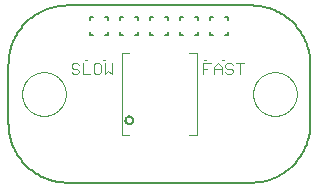
<source format=gto>
G75*
%MOIN*%
%OFA0B0*%
%FSLAX25Y25*%
%IPPOS*%
%LPD*%
%AMOC8*
5,1,8,0,0,1.08239X$1,22.5*
%
%ADD10C,0.00000*%
%ADD11C,0.00600*%
%ADD12C,0.00197*%
%ADD13C,0.00500*%
%ADD14C,0.00300*%
D10*
X0028000Y0067173D02*
X0028002Y0067352D01*
X0028009Y0067530D01*
X0028020Y0067709D01*
X0028035Y0067887D01*
X0028055Y0068065D01*
X0028079Y0068242D01*
X0028107Y0068418D01*
X0028140Y0068594D01*
X0028177Y0068769D01*
X0028218Y0068943D01*
X0028264Y0069115D01*
X0028314Y0069287D01*
X0028368Y0069458D01*
X0028426Y0069627D01*
X0028488Y0069794D01*
X0028554Y0069960D01*
X0028625Y0070124D01*
X0028699Y0070287D01*
X0028778Y0070448D01*
X0028860Y0070606D01*
X0028946Y0070763D01*
X0029036Y0070917D01*
X0029130Y0071069D01*
X0029227Y0071219D01*
X0029329Y0071367D01*
X0029433Y0071511D01*
X0029541Y0071654D01*
X0029653Y0071793D01*
X0029768Y0071930D01*
X0029887Y0072064D01*
X0030008Y0072195D01*
X0030133Y0072323D01*
X0030261Y0072448D01*
X0030392Y0072569D01*
X0030526Y0072688D01*
X0030663Y0072803D01*
X0030802Y0072915D01*
X0030945Y0073023D01*
X0031089Y0073127D01*
X0031237Y0073229D01*
X0031387Y0073326D01*
X0031539Y0073420D01*
X0031693Y0073510D01*
X0031850Y0073596D01*
X0032008Y0073678D01*
X0032169Y0073757D01*
X0032332Y0073831D01*
X0032496Y0073902D01*
X0032662Y0073968D01*
X0032829Y0074030D01*
X0032998Y0074088D01*
X0033169Y0074142D01*
X0033341Y0074192D01*
X0033513Y0074238D01*
X0033687Y0074279D01*
X0033862Y0074316D01*
X0034038Y0074349D01*
X0034214Y0074377D01*
X0034391Y0074401D01*
X0034569Y0074421D01*
X0034747Y0074436D01*
X0034926Y0074447D01*
X0035104Y0074454D01*
X0035283Y0074456D01*
X0035462Y0074454D01*
X0035640Y0074447D01*
X0035819Y0074436D01*
X0035997Y0074421D01*
X0036175Y0074401D01*
X0036352Y0074377D01*
X0036528Y0074349D01*
X0036704Y0074316D01*
X0036879Y0074279D01*
X0037053Y0074238D01*
X0037225Y0074192D01*
X0037397Y0074142D01*
X0037568Y0074088D01*
X0037737Y0074030D01*
X0037904Y0073968D01*
X0038070Y0073902D01*
X0038234Y0073831D01*
X0038397Y0073757D01*
X0038558Y0073678D01*
X0038716Y0073596D01*
X0038873Y0073510D01*
X0039027Y0073420D01*
X0039179Y0073326D01*
X0039329Y0073229D01*
X0039477Y0073127D01*
X0039621Y0073023D01*
X0039764Y0072915D01*
X0039903Y0072803D01*
X0040040Y0072688D01*
X0040174Y0072569D01*
X0040305Y0072448D01*
X0040433Y0072323D01*
X0040558Y0072195D01*
X0040679Y0072064D01*
X0040798Y0071930D01*
X0040913Y0071793D01*
X0041025Y0071654D01*
X0041133Y0071511D01*
X0041237Y0071367D01*
X0041339Y0071219D01*
X0041436Y0071069D01*
X0041530Y0070917D01*
X0041620Y0070763D01*
X0041706Y0070606D01*
X0041788Y0070448D01*
X0041867Y0070287D01*
X0041941Y0070124D01*
X0042012Y0069960D01*
X0042078Y0069794D01*
X0042140Y0069627D01*
X0042198Y0069458D01*
X0042252Y0069287D01*
X0042302Y0069115D01*
X0042348Y0068943D01*
X0042389Y0068769D01*
X0042426Y0068594D01*
X0042459Y0068418D01*
X0042487Y0068242D01*
X0042511Y0068065D01*
X0042531Y0067887D01*
X0042546Y0067709D01*
X0042557Y0067530D01*
X0042564Y0067352D01*
X0042566Y0067173D01*
X0042564Y0066994D01*
X0042557Y0066816D01*
X0042546Y0066637D01*
X0042531Y0066459D01*
X0042511Y0066281D01*
X0042487Y0066104D01*
X0042459Y0065928D01*
X0042426Y0065752D01*
X0042389Y0065577D01*
X0042348Y0065403D01*
X0042302Y0065231D01*
X0042252Y0065059D01*
X0042198Y0064888D01*
X0042140Y0064719D01*
X0042078Y0064552D01*
X0042012Y0064386D01*
X0041941Y0064222D01*
X0041867Y0064059D01*
X0041788Y0063898D01*
X0041706Y0063740D01*
X0041620Y0063583D01*
X0041530Y0063429D01*
X0041436Y0063277D01*
X0041339Y0063127D01*
X0041237Y0062979D01*
X0041133Y0062835D01*
X0041025Y0062692D01*
X0040913Y0062553D01*
X0040798Y0062416D01*
X0040679Y0062282D01*
X0040558Y0062151D01*
X0040433Y0062023D01*
X0040305Y0061898D01*
X0040174Y0061777D01*
X0040040Y0061658D01*
X0039903Y0061543D01*
X0039764Y0061431D01*
X0039621Y0061323D01*
X0039477Y0061219D01*
X0039329Y0061117D01*
X0039179Y0061020D01*
X0039027Y0060926D01*
X0038873Y0060836D01*
X0038716Y0060750D01*
X0038558Y0060668D01*
X0038397Y0060589D01*
X0038234Y0060515D01*
X0038070Y0060444D01*
X0037904Y0060378D01*
X0037737Y0060316D01*
X0037568Y0060258D01*
X0037397Y0060204D01*
X0037225Y0060154D01*
X0037053Y0060108D01*
X0036879Y0060067D01*
X0036704Y0060030D01*
X0036528Y0059997D01*
X0036352Y0059969D01*
X0036175Y0059945D01*
X0035997Y0059925D01*
X0035819Y0059910D01*
X0035640Y0059899D01*
X0035462Y0059892D01*
X0035283Y0059890D01*
X0035104Y0059892D01*
X0034926Y0059899D01*
X0034747Y0059910D01*
X0034569Y0059925D01*
X0034391Y0059945D01*
X0034214Y0059969D01*
X0034038Y0059997D01*
X0033862Y0060030D01*
X0033687Y0060067D01*
X0033513Y0060108D01*
X0033341Y0060154D01*
X0033169Y0060204D01*
X0032998Y0060258D01*
X0032829Y0060316D01*
X0032662Y0060378D01*
X0032496Y0060444D01*
X0032332Y0060515D01*
X0032169Y0060589D01*
X0032008Y0060668D01*
X0031850Y0060750D01*
X0031693Y0060836D01*
X0031539Y0060926D01*
X0031387Y0061020D01*
X0031237Y0061117D01*
X0031089Y0061219D01*
X0030945Y0061323D01*
X0030802Y0061431D01*
X0030663Y0061543D01*
X0030526Y0061658D01*
X0030392Y0061777D01*
X0030261Y0061898D01*
X0030133Y0062023D01*
X0030008Y0062151D01*
X0029887Y0062282D01*
X0029768Y0062416D01*
X0029653Y0062553D01*
X0029541Y0062692D01*
X0029433Y0062835D01*
X0029329Y0062979D01*
X0029227Y0063127D01*
X0029130Y0063277D01*
X0029036Y0063429D01*
X0028946Y0063583D01*
X0028860Y0063740D01*
X0028778Y0063898D01*
X0028699Y0064059D01*
X0028625Y0064222D01*
X0028554Y0064386D01*
X0028488Y0064552D01*
X0028426Y0064719D01*
X0028368Y0064888D01*
X0028314Y0065059D01*
X0028264Y0065231D01*
X0028218Y0065403D01*
X0028177Y0065577D01*
X0028140Y0065752D01*
X0028107Y0065928D01*
X0028079Y0066104D01*
X0028055Y0066281D01*
X0028035Y0066459D01*
X0028020Y0066637D01*
X0028009Y0066816D01*
X0028002Y0066994D01*
X0028000Y0067173D01*
X0049065Y0078413D02*
X0049065Y0078513D01*
X0049098Y0078513D02*
X0049031Y0078513D01*
X0049124Y0078513D02*
X0049174Y0078513D01*
X0049190Y0078497D01*
X0049190Y0078463D01*
X0049174Y0078447D01*
X0049124Y0078447D01*
X0049124Y0078413D02*
X0049124Y0078513D01*
X0049216Y0078513D02*
X0049282Y0078513D01*
X0049308Y0078513D02*
X0049358Y0078513D01*
X0049374Y0078497D01*
X0049374Y0078463D01*
X0049358Y0078447D01*
X0049308Y0078447D01*
X0049308Y0078413D02*
X0049308Y0078513D01*
X0049249Y0078513D02*
X0049249Y0078413D01*
X0049400Y0078413D02*
X0049467Y0078413D01*
X0049492Y0078430D02*
X0049559Y0078497D01*
X0049559Y0078430D01*
X0049542Y0078413D01*
X0049509Y0078413D01*
X0049492Y0078430D01*
X0049492Y0078497D01*
X0049509Y0078513D01*
X0049542Y0078513D01*
X0049559Y0078497D01*
X0049584Y0078497D02*
X0049584Y0078480D01*
X0049601Y0078463D01*
X0049634Y0078463D01*
X0049651Y0078447D01*
X0049651Y0078430D01*
X0049634Y0078413D01*
X0049601Y0078413D01*
X0049584Y0078430D01*
X0049584Y0078497D02*
X0049601Y0078513D01*
X0049634Y0078513D01*
X0049651Y0078497D01*
X0049676Y0078497D02*
X0049693Y0078513D01*
X0049726Y0078513D01*
X0049743Y0078497D01*
X0049743Y0078430D01*
X0049726Y0078413D01*
X0049693Y0078413D01*
X0049676Y0078430D01*
X0049676Y0078497D01*
X0049709Y0078447D02*
X0049743Y0078413D01*
X0049433Y0078413D02*
X0049433Y0078513D01*
X0049400Y0078480D01*
X0054937Y0078513D02*
X0055004Y0078513D01*
X0055029Y0078513D02*
X0055079Y0078513D01*
X0055096Y0078497D01*
X0055096Y0078463D01*
X0055079Y0078447D01*
X0055029Y0078447D01*
X0055029Y0078413D02*
X0055029Y0078513D01*
X0054970Y0078513D02*
X0054970Y0078413D01*
X0055121Y0078513D02*
X0055188Y0078513D01*
X0055213Y0078513D02*
X0055263Y0078513D01*
X0055280Y0078497D01*
X0055280Y0078463D01*
X0055263Y0078447D01*
X0055213Y0078447D01*
X0055213Y0078413D02*
X0055213Y0078513D01*
X0055155Y0078513D02*
X0055155Y0078413D01*
X0055305Y0078413D02*
X0055372Y0078413D01*
X0055397Y0078430D02*
X0055464Y0078497D01*
X0055464Y0078430D01*
X0055447Y0078413D01*
X0055414Y0078413D01*
X0055397Y0078430D01*
X0055397Y0078497D01*
X0055414Y0078513D01*
X0055447Y0078513D01*
X0055464Y0078497D01*
X0055489Y0078497D02*
X0055489Y0078480D01*
X0055506Y0078463D01*
X0055540Y0078463D01*
X0055556Y0078447D01*
X0055556Y0078430D01*
X0055540Y0078413D01*
X0055506Y0078413D01*
X0055489Y0078430D01*
X0055489Y0078497D02*
X0055506Y0078513D01*
X0055540Y0078513D01*
X0055556Y0078497D01*
X0055582Y0078497D02*
X0055598Y0078513D01*
X0055632Y0078513D01*
X0055648Y0078497D01*
X0055648Y0078430D01*
X0055632Y0078413D01*
X0055598Y0078413D01*
X0055582Y0078430D01*
X0055582Y0078497D01*
X0055615Y0078447D02*
X0055648Y0078413D01*
X0055339Y0078413D02*
X0055339Y0078513D01*
X0055305Y0078480D01*
X0088630Y0078553D02*
X0088697Y0078553D01*
X0088722Y0078553D02*
X0088772Y0078553D01*
X0088789Y0078536D01*
X0088789Y0078503D01*
X0088772Y0078486D01*
X0088722Y0078486D01*
X0088722Y0078453D02*
X0088722Y0078553D01*
X0088663Y0078553D02*
X0088663Y0078453D01*
X0088814Y0078553D02*
X0088881Y0078553D01*
X0088906Y0078553D02*
X0088956Y0078553D01*
X0088973Y0078536D01*
X0088973Y0078503D01*
X0088956Y0078486D01*
X0088906Y0078486D01*
X0088906Y0078453D02*
X0088906Y0078553D01*
X0088847Y0078553D02*
X0088847Y0078453D01*
X0088998Y0078453D02*
X0089065Y0078453D01*
X0089090Y0078469D02*
X0089157Y0078536D01*
X0089157Y0078469D01*
X0089140Y0078453D01*
X0089107Y0078453D01*
X0089090Y0078469D01*
X0089090Y0078536D01*
X0089107Y0078553D01*
X0089140Y0078553D01*
X0089157Y0078536D01*
X0089182Y0078536D02*
X0089182Y0078519D01*
X0089199Y0078503D01*
X0089232Y0078503D01*
X0089249Y0078486D01*
X0089249Y0078469D01*
X0089232Y0078453D01*
X0089199Y0078453D01*
X0089182Y0078469D01*
X0089182Y0078536D02*
X0089199Y0078553D01*
X0089232Y0078553D01*
X0089249Y0078536D01*
X0089274Y0078536D02*
X0089291Y0078553D01*
X0089324Y0078553D01*
X0089341Y0078536D01*
X0089341Y0078469D01*
X0089324Y0078453D01*
X0089291Y0078453D01*
X0089274Y0078469D01*
X0089274Y0078536D01*
X0089308Y0078486D02*
X0089341Y0078453D01*
X0089032Y0078453D02*
X0089032Y0078553D01*
X0088998Y0078519D01*
X0094535Y0078553D02*
X0094602Y0078553D01*
X0094628Y0078553D02*
X0094678Y0078553D01*
X0094694Y0078536D01*
X0094694Y0078503D01*
X0094678Y0078486D01*
X0094628Y0078486D01*
X0094628Y0078453D02*
X0094628Y0078553D01*
X0094569Y0078553D02*
X0094569Y0078453D01*
X0094720Y0078553D02*
X0094786Y0078553D01*
X0094812Y0078553D02*
X0094862Y0078553D01*
X0094878Y0078536D01*
X0094878Y0078503D01*
X0094862Y0078486D01*
X0094812Y0078486D01*
X0094812Y0078453D02*
X0094812Y0078553D01*
X0094753Y0078553D02*
X0094753Y0078453D01*
X0094904Y0078453D02*
X0094970Y0078453D01*
X0094996Y0078469D02*
X0095063Y0078536D01*
X0095063Y0078469D01*
X0095046Y0078453D01*
X0095012Y0078453D01*
X0094996Y0078469D01*
X0094996Y0078536D01*
X0095012Y0078553D01*
X0095046Y0078553D01*
X0095063Y0078536D01*
X0095088Y0078536D02*
X0095088Y0078519D01*
X0095105Y0078503D01*
X0095138Y0078503D01*
X0095155Y0078486D01*
X0095155Y0078469D01*
X0095138Y0078453D01*
X0095105Y0078453D01*
X0095088Y0078469D01*
X0095088Y0078536D02*
X0095105Y0078553D01*
X0095138Y0078553D01*
X0095155Y0078536D01*
X0095180Y0078536D02*
X0095197Y0078553D01*
X0095230Y0078553D01*
X0095247Y0078536D01*
X0095247Y0078469D01*
X0095230Y0078453D01*
X0095197Y0078453D01*
X0095180Y0078469D01*
X0095180Y0078536D01*
X0095213Y0078486D02*
X0095247Y0078453D01*
X0094937Y0078453D02*
X0094937Y0078553D01*
X0094904Y0078519D01*
X0105000Y0067173D02*
X0105002Y0067352D01*
X0105009Y0067530D01*
X0105020Y0067709D01*
X0105035Y0067887D01*
X0105055Y0068065D01*
X0105079Y0068242D01*
X0105107Y0068418D01*
X0105140Y0068594D01*
X0105177Y0068769D01*
X0105218Y0068943D01*
X0105264Y0069115D01*
X0105314Y0069287D01*
X0105368Y0069458D01*
X0105426Y0069627D01*
X0105488Y0069794D01*
X0105554Y0069960D01*
X0105625Y0070124D01*
X0105699Y0070287D01*
X0105778Y0070448D01*
X0105860Y0070606D01*
X0105946Y0070763D01*
X0106036Y0070917D01*
X0106130Y0071069D01*
X0106227Y0071219D01*
X0106329Y0071367D01*
X0106433Y0071511D01*
X0106541Y0071654D01*
X0106653Y0071793D01*
X0106768Y0071930D01*
X0106887Y0072064D01*
X0107008Y0072195D01*
X0107133Y0072323D01*
X0107261Y0072448D01*
X0107392Y0072569D01*
X0107526Y0072688D01*
X0107663Y0072803D01*
X0107802Y0072915D01*
X0107945Y0073023D01*
X0108089Y0073127D01*
X0108237Y0073229D01*
X0108387Y0073326D01*
X0108539Y0073420D01*
X0108693Y0073510D01*
X0108850Y0073596D01*
X0109008Y0073678D01*
X0109169Y0073757D01*
X0109332Y0073831D01*
X0109496Y0073902D01*
X0109662Y0073968D01*
X0109829Y0074030D01*
X0109998Y0074088D01*
X0110169Y0074142D01*
X0110341Y0074192D01*
X0110513Y0074238D01*
X0110687Y0074279D01*
X0110862Y0074316D01*
X0111038Y0074349D01*
X0111214Y0074377D01*
X0111391Y0074401D01*
X0111569Y0074421D01*
X0111747Y0074436D01*
X0111926Y0074447D01*
X0112104Y0074454D01*
X0112283Y0074456D01*
X0112462Y0074454D01*
X0112640Y0074447D01*
X0112819Y0074436D01*
X0112997Y0074421D01*
X0113175Y0074401D01*
X0113352Y0074377D01*
X0113528Y0074349D01*
X0113704Y0074316D01*
X0113879Y0074279D01*
X0114053Y0074238D01*
X0114225Y0074192D01*
X0114397Y0074142D01*
X0114568Y0074088D01*
X0114737Y0074030D01*
X0114904Y0073968D01*
X0115070Y0073902D01*
X0115234Y0073831D01*
X0115397Y0073757D01*
X0115558Y0073678D01*
X0115716Y0073596D01*
X0115873Y0073510D01*
X0116027Y0073420D01*
X0116179Y0073326D01*
X0116329Y0073229D01*
X0116477Y0073127D01*
X0116621Y0073023D01*
X0116764Y0072915D01*
X0116903Y0072803D01*
X0117040Y0072688D01*
X0117174Y0072569D01*
X0117305Y0072448D01*
X0117433Y0072323D01*
X0117558Y0072195D01*
X0117679Y0072064D01*
X0117798Y0071930D01*
X0117913Y0071793D01*
X0118025Y0071654D01*
X0118133Y0071511D01*
X0118237Y0071367D01*
X0118339Y0071219D01*
X0118436Y0071069D01*
X0118530Y0070917D01*
X0118620Y0070763D01*
X0118706Y0070606D01*
X0118788Y0070448D01*
X0118867Y0070287D01*
X0118941Y0070124D01*
X0119012Y0069960D01*
X0119078Y0069794D01*
X0119140Y0069627D01*
X0119198Y0069458D01*
X0119252Y0069287D01*
X0119302Y0069115D01*
X0119348Y0068943D01*
X0119389Y0068769D01*
X0119426Y0068594D01*
X0119459Y0068418D01*
X0119487Y0068242D01*
X0119511Y0068065D01*
X0119531Y0067887D01*
X0119546Y0067709D01*
X0119557Y0067530D01*
X0119564Y0067352D01*
X0119566Y0067173D01*
X0119564Y0066994D01*
X0119557Y0066816D01*
X0119546Y0066637D01*
X0119531Y0066459D01*
X0119511Y0066281D01*
X0119487Y0066104D01*
X0119459Y0065928D01*
X0119426Y0065752D01*
X0119389Y0065577D01*
X0119348Y0065403D01*
X0119302Y0065231D01*
X0119252Y0065059D01*
X0119198Y0064888D01*
X0119140Y0064719D01*
X0119078Y0064552D01*
X0119012Y0064386D01*
X0118941Y0064222D01*
X0118867Y0064059D01*
X0118788Y0063898D01*
X0118706Y0063740D01*
X0118620Y0063583D01*
X0118530Y0063429D01*
X0118436Y0063277D01*
X0118339Y0063127D01*
X0118237Y0062979D01*
X0118133Y0062835D01*
X0118025Y0062692D01*
X0117913Y0062553D01*
X0117798Y0062416D01*
X0117679Y0062282D01*
X0117558Y0062151D01*
X0117433Y0062023D01*
X0117305Y0061898D01*
X0117174Y0061777D01*
X0117040Y0061658D01*
X0116903Y0061543D01*
X0116764Y0061431D01*
X0116621Y0061323D01*
X0116477Y0061219D01*
X0116329Y0061117D01*
X0116179Y0061020D01*
X0116027Y0060926D01*
X0115873Y0060836D01*
X0115716Y0060750D01*
X0115558Y0060668D01*
X0115397Y0060589D01*
X0115234Y0060515D01*
X0115070Y0060444D01*
X0114904Y0060378D01*
X0114737Y0060316D01*
X0114568Y0060258D01*
X0114397Y0060204D01*
X0114225Y0060154D01*
X0114053Y0060108D01*
X0113879Y0060067D01*
X0113704Y0060030D01*
X0113528Y0059997D01*
X0113352Y0059969D01*
X0113175Y0059945D01*
X0112997Y0059925D01*
X0112819Y0059910D01*
X0112640Y0059899D01*
X0112462Y0059892D01*
X0112283Y0059890D01*
X0112104Y0059892D01*
X0111926Y0059899D01*
X0111747Y0059910D01*
X0111569Y0059925D01*
X0111391Y0059945D01*
X0111214Y0059969D01*
X0111038Y0059997D01*
X0110862Y0060030D01*
X0110687Y0060067D01*
X0110513Y0060108D01*
X0110341Y0060154D01*
X0110169Y0060204D01*
X0109998Y0060258D01*
X0109829Y0060316D01*
X0109662Y0060378D01*
X0109496Y0060444D01*
X0109332Y0060515D01*
X0109169Y0060589D01*
X0109008Y0060668D01*
X0108850Y0060750D01*
X0108693Y0060836D01*
X0108539Y0060926D01*
X0108387Y0061020D01*
X0108237Y0061117D01*
X0108089Y0061219D01*
X0107945Y0061323D01*
X0107802Y0061431D01*
X0107663Y0061543D01*
X0107526Y0061658D01*
X0107392Y0061777D01*
X0107261Y0061898D01*
X0107133Y0062023D01*
X0107008Y0062151D01*
X0106887Y0062282D01*
X0106768Y0062416D01*
X0106653Y0062553D01*
X0106541Y0062692D01*
X0106433Y0062835D01*
X0106329Y0062979D01*
X0106227Y0063127D01*
X0106130Y0063277D01*
X0106036Y0063429D01*
X0105946Y0063583D01*
X0105860Y0063740D01*
X0105778Y0063898D01*
X0105699Y0064059D01*
X0105625Y0064222D01*
X0105554Y0064386D01*
X0105488Y0064552D01*
X0105426Y0064719D01*
X0105368Y0064888D01*
X0105314Y0065059D01*
X0105264Y0065231D01*
X0105218Y0065403D01*
X0105177Y0065577D01*
X0105140Y0065752D01*
X0105107Y0065928D01*
X0105079Y0066104D01*
X0105055Y0066281D01*
X0105035Y0066459D01*
X0105020Y0066637D01*
X0105009Y0066816D01*
X0105002Y0066994D01*
X0105000Y0067173D01*
D11*
X0104409Y0037646D02*
X0043157Y0037646D01*
X0042681Y0037652D01*
X0042206Y0037669D01*
X0041731Y0037698D01*
X0041257Y0037738D01*
X0040784Y0037790D01*
X0040313Y0037853D01*
X0039843Y0037927D01*
X0039375Y0038013D01*
X0038909Y0038110D01*
X0038446Y0038218D01*
X0037986Y0038337D01*
X0037528Y0038468D01*
X0037074Y0038609D01*
X0036623Y0038762D01*
X0036177Y0038925D01*
X0035734Y0039099D01*
X0035296Y0039284D01*
X0034862Y0039479D01*
X0034433Y0039685D01*
X0034009Y0039901D01*
X0033590Y0040127D01*
X0033177Y0040363D01*
X0032770Y0040609D01*
X0032369Y0040865D01*
X0031975Y0041131D01*
X0031586Y0041406D01*
X0031205Y0041690D01*
X0030831Y0041983D01*
X0030463Y0042285D01*
X0030103Y0042597D01*
X0029751Y0042916D01*
X0029407Y0043244D01*
X0029070Y0043581D01*
X0028742Y0043925D01*
X0028423Y0044277D01*
X0028111Y0044637D01*
X0027809Y0045005D01*
X0027516Y0045379D01*
X0027232Y0045760D01*
X0026957Y0046149D01*
X0026691Y0046543D01*
X0026435Y0046944D01*
X0026189Y0047351D01*
X0025953Y0047764D01*
X0025727Y0048183D01*
X0025511Y0048607D01*
X0025305Y0049036D01*
X0025110Y0049470D01*
X0024925Y0049908D01*
X0024751Y0050351D01*
X0024588Y0050797D01*
X0024435Y0051248D01*
X0024294Y0051702D01*
X0024163Y0052160D01*
X0024044Y0052620D01*
X0023936Y0053083D01*
X0023839Y0053549D01*
X0023753Y0054017D01*
X0023679Y0054487D01*
X0023616Y0054958D01*
X0023564Y0055431D01*
X0023524Y0055905D01*
X0023495Y0056380D01*
X0023478Y0056855D01*
X0023472Y0057331D01*
X0023472Y0077016D01*
X0023478Y0077492D01*
X0023495Y0077967D01*
X0023524Y0078442D01*
X0023564Y0078916D01*
X0023616Y0079389D01*
X0023679Y0079860D01*
X0023753Y0080330D01*
X0023839Y0080798D01*
X0023936Y0081264D01*
X0024044Y0081727D01*
X0024163Y0082187D01*
X0024294Y0082645D01*
X0024435Y0083099D01*
X0024588Y0083550D01*
X0024751Y0083996D01*
X0024925Y0084439D01*
X0025110Y0084877D01*
X0025305Y0085311D01*
X0025511Y0085740D01*
X0025727Y0086164D01*
X0025953Y0086583D01*
X0026189Y0086996D01*
X0026435Y0087403D01*
X0026691Y0087804D01*
X0026957Y0088198D01*
X0027232Y0088587D01*
X0027516Y0088968D01*
X0027809Y0089342D01*
X0028111Y0089710D01*
X0028423Y0090070D01*
X0028742Y0090422D01*
X0029070Y0090766D01*
X0029407Y0091103D01*
X0029751Y0091431D01*
X0030103Y0091750D01*
X0030463Y0092062D01*
X0030831Y0092364D01*
X0031205Y0092657D01*
X0031586Y0092941D01*
X0031975Y0093216D01*
X0032369Y0093482D01*
X0032770Y0093738D01*
X0033177Y0093984D01*
X0033590Y0094220D01*
X0034009Y0094446D01*
X0034433Y0094662D01*
X0034862Y0094868D01*
X0035296Y0095063D01*
X0035734Y0095248D01*
X0036177Y0095422D01*
X0036623Y0095585D01*
X0037074Y0095738D01*
X0037528Y0095879D01*
X0037986Y0096010D01*
X0038446Y0096129D01*
X0038909Y0096237D01*
X0039375Y0096334D01*
X0039843Y0096420D01*
X0040313Y0096494D01*
X0040784Y0096557D01*
X0041257Y0096609D01*
X0041731Y0096649D01*
X0042206Y0096678D01*
X0042681Y0096695D01*
X0043157Y0096701D01*
X0104409Y0096701D01*
X0096780Y0093008D02*
X0095780Y0093008D01*
X0096780Y0093008D02*
X0096780Y0092008D01*
X0091780Y0093008D02*
X0090780Y0093008D01*
X0090780Y0092008D01*
X0086780Y0092008D02*
X0086780Y0093008D01*
X0085780Y0093008D01*
X0081780Y0093008D02*
X0080780Y0093008D01*
X0080780Y0092008D01*
X0076783Y0092008D02*
X0076783Y0093008D01*
X0075783Y0093008D01*
X0071783Y0093008D02*
X0070783Y0093008D01*
X0070783Y0092008D01*
X0066780Y0092008D02*
X0066780Y0093008D01*
X0065780Y0093008D01*
X0061780Y0093008D02*
X0060780Y0093008D01*
X0060780Y0092008D01*
X0056780Y0092008D02*
X0056780Y0093008D01*
X0055780Y0093008D01*
X0051780Y0093008D02*
X0050780Y0093008D01*
X0050780Y0092008D01*
X0050780Y0088008D02*
X0050780Y0087008D01*
X0051780Y0087008D01*
X0055780Y0087008D02*
X0056780Y0087008D01*
X0056780Y0088008D01*
X0060780Y0088008D02*
X0060780Y0087008D01*
X0061780Y0087008D01*
X0065780Y0087008D02*
X0066780Y0087008D01*
X0066780Y0088008D01*
X0070783Y0088008D02*
X0070783Y0087008D01*
X0071783Y0087008D01*
X0075783Y0087008D02*
X0076783Y0087008D01*
X0076783Y0088008D01*
X0080780Y0088008D02*
X0080780Y0087008D01*
X0081780Y0087008D01*
X0085780Y0087008D02*
X0086780Y0087008D01*
X0086780Y0088008D01*
X0090780Y0088008D02*
X0090780Y0087008D01*
X0091780Y0087008D01*
X0095780Y0087008D02*
X0096780Y0087008D01*
X0096780Y0088008D01*
X0104409Y0096701D02*
X0104885Y0096695D01*
X0105360Y0096678D01*
X0105835Y0096649D01*
X0106309Y0096609D01*
X0106782Y0096557D01*
X0107253Y0096494D01*
X0107723Y0096420D01*
X0108191Y0096334D01*
X0108657Y0096237D01*
X0109120Y0096129D01*
X0109580Y0096010D01*
X0110038Y0095879D01*
X0110492Y0095738D01*
X0110943Y0095585D01*
X0111389Y0095422D01*
X0111832Y0095248D01*
X0112270Y0095063D01*
X0112704Y0094868D01*
X0113133Y0094662D01*
X0113557Y0094446D01*
X0113976Y0094220D01*
X0114389Y0093984D01*
X0114796Y0093738D01*
X0115197Y0093482D01*
X0115591Y0093216D01*
X0115980Y0092941D01*
X0116361Y0092657D01*
X0116735Y0092364D01*
X0117103Y0092062D01*
X0117463Y0091750D01*
X0117815Y0091431D01*
X0118159Y0091103D01*
X0118496Y0090766D01*
X0118824Y0090422D01*
X0119143Y0090070D01*
X0119455Y0089710D01*
X0119757Y0089342D01*
X0120050Y0088968D01*
X0120334Y0088587D01*
X0120609Y0088198D01*
X0120875Y0087804D01*
X0121131Y0087403D01*
X0121377Y0086996D01*
X0121613Y0086583D01*
X0121839Y0086164D01*
X0122055Y0085740D01*
X0122261Y0085311D01*
X0122456Y0084877D01*
X0122641Y0084439D01*
X0122815Y0083996D01*
X0122978Y0083550D01*
X0123131Y0083099D01*
X0123272Y0082645D01*
X0123403Y0082187D01*
X0123522Y0081727D01*
X0123630Y0081264D01*
X0123727Y0080798D01*
X0123813Y0080330D01*
X0123887Y0079860D01*
X0123950Y0079389D01*
X0124002Y0078916D01*
X0124042Y0078442D01*
X0124071Y0077967D01*
X0124088Y0077492D01*
X0124094Y0077016D01*
X0124094Y0057331D01*
X0124088Y0056855D01*
X0124071Y0056380D01*
X0124042Y0055905D01*
X0124002Y0055431D01*
X0123950Y0054958D01*
X0123887Y0054487D01*
X0123813Y0054017D01*
X0123727Y0053549D01*
X0123630Y0053083D01*
X0123522Y0052620D01*
X0123403Y0052160D01*
X0123272Y0051702D01*
X0123131Y0051248D01*
X0122978Y0050797D01*
X0122815Y0050351D01*
X0122641Y0049908D01*
X0122456Y0049470D01*
X0122261Y0049036D01*
X0122055Y0048607D01*
X0121839Y0048183D01*
X0121613Y0047764D01*
X0121377Y0047351D01*
X0121131Y0046944D01*
X0120875Y0046543D01*
X0120609Y0046149D01*
X0120334Y0045760D01*
X0120050Y0045379D01*
X0119757Y0045005D01*
X0119455Y0044637D01*
X0119143Y0044277D01*
X0118824Y0043925D01*
X0118496Y0043581D01*
X0118159Y0043244D01*
X0117815Y0042916D01*
X0117463Y0042597D01*
X0117103Y0042285D01*
X0116735Y0041983D01*
X0116361Y0041690D01*
X0115980Y0041406D01*
X0115591Y0041131D01*
X0115197Y0040865D01*
X0114796Y0040609D01*
X0114389Y0040363D01*
X0113976Y0040127D01*
X0113557Y0039901D01*
X0113133Y0039685D01*
X0112704Y0039479D01*
X0112270Y0039284D01*
X0111832Y0039099D01*
X0111389Y0038925D01*
X0110943Y0038762D01*
X0110492Y0038609D01*
X0110038Y0038468D01*
X0109580Y0038337D01*
X0109120Y0038218D01*
X0108657Y0038110D01*
X0108191Y0038013D01*
X0107723Y0037927D01*
X0107253Y0037853D01*
X0106782Y0037790D01*
X0106309Y0037738D01*
X0105835Y0037698D01*
X0105360Y0037669D01*
X0104885Y0037652D01*
X0104409Y0037646D01*
D12*
X0086146Y0053354D02*
X0083783Y0053354D01*
X0086146Y0053354D02*
X0086146Y0080913D01*
X0083783Y0080913D01*
X0063705Y0080913D02*
X0061343Y0080913D01*
X0061343Y0053354D01*
X0063705Y0053354D01*
D13*
X0062460Y0058472D02*
X0062462Y0058542D01*
X0062468Y0058613D01*
X0062478Y0058682D01*
X0062492Y0058751D01*
X0062510Y0058820D01*
X0062531Y0058887D01*
X0062556Y0058953D01*
X0062585Y0059017D01*
X0062618Y0059079D01*
X0062654Y0059140D01*
X0062694Y0059198D01*
X0062736Y0059254D01*
X0062782Y0059308D01*
X0062831Y0059359D01*
X0062882Y0059407D01*
X0062937Y0059452D01*
X0062993Y0059494D01*
X0063052Y0059532D01*
X0063113Y0059567D01*
X0063176Y0059599D01*
X0063241Y0059627D01*
X0063307Y0059652D01*
X0063374Y0059672D01*
X0063443Y0059689D01*
X0063512Y0059702D01*
X0063582Y0059711D01*
X0063652Y0059716D01*
X0063723Y0059717D01*
X0063793Y0059714D01*
X0063863Y0059707D01*
X0063933Y0059696D01*
X0064002Y0059681D01*
X0064070Y0059662D01*
X0064136Y0059640D01*
X0064202Y0059614D01*
X0064266Y0059584D01*
X0064328Y0059550D01*
X0064388Y0059513D01*
X0064445Y0059473D01*
X0064501Y0059429D01*
X0064554Y0059383D01*
X0064604Y0059333D01*
X0064651Y0059281D01*
X0064695Y0059226D01*
X0064736Y0059169D01*
X0064774Y0059110D01*
X0064809Y0059048D01*
X0064839Y0058985D01*
X0064867Y0058920D01*
X0064890Y0058853D01*
X0064910Y0058786D01*
X0064926Y0058717D01*
X0064938Y0058648D01*
X0064946Y0058578D01*
X0064950Y0058507D01*
X0064950Y0058437D01*
X0064946Y0058366D01*
X0064938Y0058296D01*
X0064926Y0058227D01*
X0064910Y0058158D01*
X0064890Y0058091D01*
X0064867Y0058024D01*
X0064839Y0057959D01*
X0064809Y0057896D01*
X0064774Y0057834D01*
X0064736Y0057775D01*
X0064695Y0057718D01*
X0064651Y0057663D01*
X0064604Y0057611D01*
X0064554Y0057561D01*
X0064501Y0057515D01*
X0064445Y0057471D01*
X0064388Y0057431D01*
X0064327Y0057394D01*
X0064266Y0057360D01*
X0064202Y0057330D01*
X0064136Y0057304D01*
X0064070Y0057282D01*
X0064002Y0057263D01*
X0063933Y0057248D01*
X0063863Y0057237D01*
X0063793Y0057230D01*
X0063723Y0057227D01*
X0063652Y0057228D01*
X0063582Y0057233D01*
X0063512Y0057242D01*
X0063443Y0057255D01*
X0063374Y0057272D01*
X0063307Y0057292D01*
X0063241Y0057317D01*
X0063176Y0057345D01*
X0063113Y0057377D01*
X0063052Y0057412D01*
X0062993Y0057450D01*
X0062937Y0057492D01*
X0062882Y0057537D01*
X0062831Y0057585D01*
X0062782Y0057636D01*
X0062736Y0057690D01*
X0062694Y0057746D01*
X0062654Y0057804D01*
X0062618Y0057865D01*
X0062585Y0057927D01*
X0062556Y0057991D01*
X0062531Y0058057D01*
X0062510Y0058124D01*
X0062492Y0058193D01*
X0062478Y0058262D01*
X0062468Y0058331D01*
X0062462Y0058402D01*
X0062460Y0058472D01*
D14*
X0058006Y0073780D02*
X0058006Y0077483D01*
X0055538Y0077483D02*
X0055538Y0073780D01*
X0056772Y0075014D01*
X0058006Y0073780D01*
X0054323Y0074397D02*
X0054323Y0076865D01*
X0053706Y0077483D01*
X0052472Y0077483D01*
X0051854Y0076865D01*
X0051854Y0074397D01*
X0052472Y0073780D01*
X0053706Y0073780D01*
X0054323Y0074397D01*
X0050640Y0073780D02*
X0048171Y0073780D01*
X0048171Y0077483D01*
X0046957Y0076865D02*
X0046340Y0077483D01*
X0045105Y0077483D01*
X0044488Y0076865D01*
X0044488Y0076248D01*
X0045105Y0075631D01*
X0046340Y0075631D01*
X0046957Y0075014D01*
X0046957Y0074397D01*
X0046340Y0073780D01*
X0045105Y0073780D01*
X0044488Y0074397D01*
X0088417Y0073819D02*
X0088417Y0077522D01*
X0090886Y0077522D01*
X0092100Y0076288D02*
X0093335Y0077522D01*
X0094569Y0076288D01*
X0094569Y0073819D01*
X0095784Y0074436D02*
X0096401Y0073819D01*
X0097635Y0073819D01*
X0098252Y0074436D01*
X0098252Y0075053D01*
X0097635Y0075670D01*
X0096401Y0075670D01*
X0095784Y0076288D01*
X0095784Y0076905D01*
X0096401Y0077522D01*
X0097635Y0077522D01*
X0098252Y0076905D01*
X0099467Y0077522D02*
X0101936Y0077522D01*
X0100701Y0077522D02*
X0100701Y0073819D01*
X0094569Y0075670D02*
X0092100Y0075670D01*
X0092100Y0076288D02*
X0092100Y0073819D01*
X0089652Y0075670D02*
X0088417Y0075670D01*
M02*

</source>
